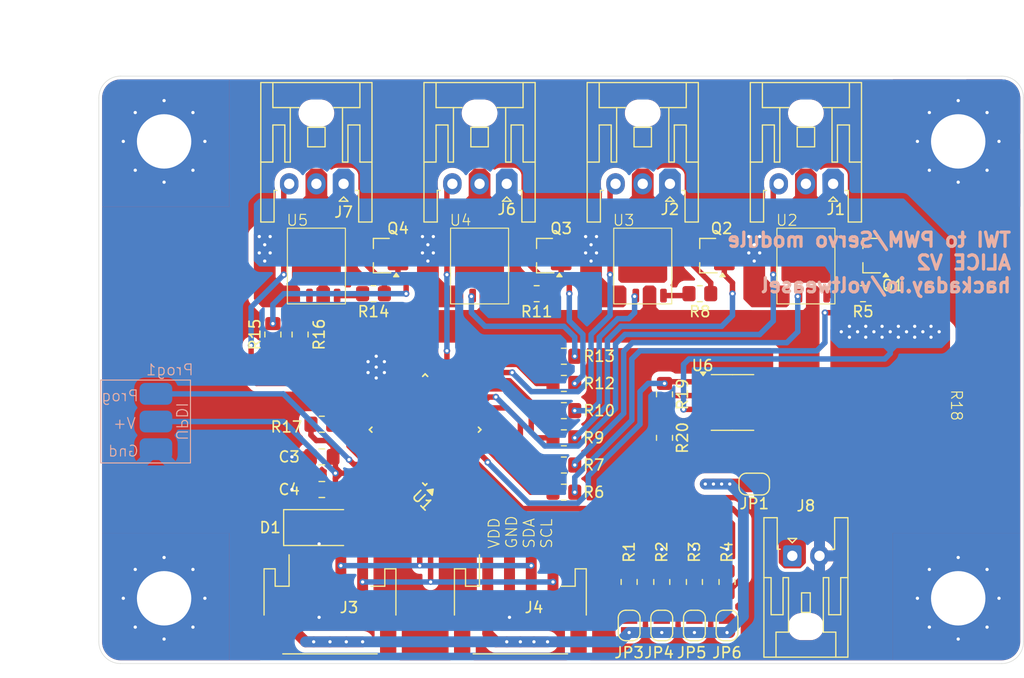
<source format=kicad_pcb>
(kicad_pcb
	(version 20240108)
	(generator "pcbnew")
	(generator_version "8.0")
	(general
		(thickness 1.6)
		(legacy_teardrops no)
	)
	(paper "A4")
	(layers
		(0 "F.Cu" signal)
		(31 "B.Cu" signal)
		(32 "B.Adhes" user "B.Adhesive")
		(33 "F.Adhes" user "F.Adhesive")
		(34 "B.Paste" user)
		(35 "F.Paste" user)
		(36 "B.SilkS" user "B.Silkscreen")
		(37 "F.SilkS" user "F.Silkscreen")
		(38 "B.Mask" user)
		(39 "F.Mask" user)
		(40 "Dwgs.User" user "User.Drawings")
		(41 "Cmts.User" user "User.Comments")
		(42 "Eco1.User" user "User.Eco1")
		(43 "Eco2.User" user "User.Eco2")
		(44 "Edge.Cuts" user)
		(45 "Margin" user)
		(46 "B.CrtYd" user "B.Courtyard")
		(47 "F.CrtYd" user "F.Courtyard")
		(48 "B.Fab" user)
		(49 "F.Fab" user)
		(50 "User.1" user)
		(51 "User.2" user)
		(52 "User.3" user)
		(53 "User.4" user)
		(54 "User.5" user)
		(55 "User.6" user)
		(56 "User.7" user)
		(57 "User.8" user)
		(58 "User.9" user)
	)
	(setup
		(pad_to_mask_clearance 0)
		(allow_soldermask_bridges_in_footprints no)
		(pcbplotparams
			(layerselection 0x00010fc_ffffffff)
			(plot_on_all_layers_selection 0x0000000_00000000)
			(disableapertmacros no)
			(usegerberextensions no)
			(usegerberattributes yes)
			(usegerberadvancedattributes yes)
			(creategerberjobfile yes)
			(dashed_line_dash_ratio 12.000000)
			(dashed_line_gap_ratio 3.000000)
			(svgprecision 4)
			(plotframeref no)
			(viasonmask no)
			(mode 1)
			(useauxorigin no)
			(hpglpennumber 1)
			(hpglpenspeed 20)
			(hpglpendiameter 15.000000)
			(pdf_front_fp_property_popups yes)
			(pdf_back_fp_property_popups yes)
			(dxfpolygonmode yes)
			(dxfimperialunits yes)
			(dxfusepcbnewfont yes)
			(psnegative no)
			(psa4output no)
			(plotreference yes)
			(plotvalue yes)
			(plotfptext yes)
			(plotinvisibletext no)
			(sketchpadsonfab no)
			(subtractmaskfromsilk no)
			(outputformat 1)
			(mirror no)
			(drillshape 1)
			(scaleselection 1)
			(outputdirectory "")
		)
	)
	(net 0 "")
	(net 1 "GND")
	(net 2 "SCL")
	(net 3 "VDD")
	(net 4 "SDA")
	(net 5 "Net-(J6-Pin_2)")
	(net 6 "Net-(JP3-A)")
	(net 7 "UPDI")
	(net 8 "Net-(J7-Pin_2)")
	(net 9 "Net-(Q1-B)")
	(net 10 "Net-(Q1-C)")
	(net 11 "unconnected-(U1-PA4-Pad2)")
	(net 12 "Net-(Q2-C)")
	(net 13 "unconnected-(U1-PA1-Pad31)")
	(net 14 "unconnected-(U1-VREFA{slash}PD7-Pad17)")
	(net 15 "unconnected-(U1-PA0-Pad30)")
	(net 16 "Net-(Q2-B)")
	(net 17 "Net-(Q3-B)")
	(net 18 "Net-(Q3-C)")
	(net 19 "Net-(Q4-B)")
	(net 20 "Net-(Q4-C)")
	(net 21 "Net-(U2-B2)")
	(net 22 "Net-(U2-B1)")
	(net 23 "Net-(U3-B2)")
	(net 24 "Net-(U3-B1)")
	(net 25 "Net-(U4-B2)")
	(net 26 "Net-(U4-B1)")
	(net 27 "Net-(U5-B2)")
	(net 28 "Net-(U5-B1)")
	(net 29 "Net-(U1-~{RESET}{slash}PF6)")
	(net 30 "unconnected-(U1-XTAL32K1{slash}PF0-Pad20)")
	(net 31 "unconnected-(U1-XTAL32K2{slash}PF1-Pad21)")
	(net 32 "/Power_out_1/Power")
	(net 33 "/Power_out_1/Shunt")
	(net 34 "/S1")
	(net 35 "/S2")
	(net 36 "/S3")
	(net 37 "/S4")
	(net 38 "Net-(JP6-A)")
	(net 39 "Net-(JP5-A)")
	(net 40 "Net-(J2-Pin_2)")
	(net 41 "/H1")
	(net 42 "Net-(J1-Pin_2)")
	(net 43 "/L1")
	(net 44 "/H2")
	(net 45 "/L2")
	(net 46 "/H3")
	(net 47 "/L3")
	(net 48 "/H4")
	(net 49 "/L4")
	(net 50 "unconnected-(U1-PF5-Pad25)")
	(net 51 "Net-(JP4-A)")
	(net 52 "unconnected-(U6B-+-Pad5)")
	(net 53 "unconnected-(U6B---Pad6)")
	(net 54 "unconnected-(U6-Pad7)")
	(net 55 "/OPAMP")
	(net 56 "Net-(U6A--)")
	(footprint "Resistor_SMD:R_0805_2012Metric_Pad1.20x1.40mm_HandSolder" (layer "F.Cu") (at 213.75 119.75))
	(footprint "Package_QFP:TQFP-32_7x7mm_P0.8mm" (layer "F.Cu") (at 201 126.5 135))
	(footprint "Connector_JST:JST_XA_S03B-XASK-1_1x03_P2.50mm_Horizontal" (layer "F.Cu") (at 238.5 103.9 180))
	(footprint "Resistor_SMD:R_0805_2012Metric_Pad1.20x1.40mm_HandSolder" (layer "F.Cu") (at 211.25 114 180))
	(footprint "Library:PowerDI5060" (layer "F.Cu") (at 236 111))
	(footprint "Resistor_SMD:R_0805_2012Metric_Pad1.20x1.40mm_HandSolder" (layer "F.Cu") (at 223 127.25 -90))
	(footprint "Connector_JST:JST_PH_S4B-PH-SM4-TB_1x04-1MP_P2.00mm_Horizontal" (layer "F.Cu") (at 192.25 142.6))
	(footprint "Connector_JST:JST_XA_S02B-XASK-1_1x02_P2.50mm_Horizontal" (layer "F.Cu") (at 234.75 138.1))
	(footprint "Connector_JST:JST_PH_S4B-PH-SM4-TB_1x04-1MP_P2.00mm_Horizontal" (layer "F.Cu") (at 209.75 142.6))
	(footprint "Library:PowerDI5060" (layer "F.Cu") (at 206 111))
	(footprint "Capacitor_SMD:C_0805_2012Metric_Pad1.18x1.45mm_HandSolder" (layer "F.Cu") (at 191.5 132))
	(footprint "Resistor_SMD:R_0805_2012Metric_Pad1.20x1.40mm_HandSolder" (layer "F.Cu") (at 189.5 117.75 90))
	(footprint "Package_SO:SOIC-8_3.9x4.9mm_P1.27mm" (layer "F.Cu") (at 229.25 124))
	(footprint "Jumper:SolderJumper-2_P1.3mm_Open_RoundedPad1.0x1.5mm" (layer "F.Cu") (at 228.75 144.5 -90))
	(footprint "Connector_JST:JST_XA_S03B-XASK-1_1x03_P2.50mm_Horizontal" (layer "F.Cu") (at 223.5 103.9 180))
	(footprint "Jumper:SolderJumper-2_P1.3mm_Open_RoundedPad1.0x1.5mm" (layer "F.Cu") (at 225.75 144.5 -90))
	(footprint "Resistor_SMD:R_0805_2012Metric_Pad1.20x1.40mm_HandSolder" (layer "F.Cu") (at 226.25 114 180))
	(footprint "Jumper:SolderJumper-2_P1.3mm_Open_RoundedPad1.0x1.5mm" (layer "F.Cu") (at 219.75 144.5 -90))
	(footprint "Kicad_Libs:Formfactor" (layer "F.Cu") (at 216 98))
	(footprint "Shunt:R3637" (layer "F.Cu") (at 243.75 124 -90))
	(footprint "Resistor_SMD:R_0805_2012Metric_Pad1.20x1.40mm_HandSolder" (layer "F.Cu") (at 213.75 127.25))
	(footprint "Resistor_SMD:R_0805_2012Metric_Pad1.20x1.40mm_HandSolder" (layer "F.Cu") (at 213.75 122.25))
	(footprint "Jumper:SolderJumper-2_P1.3mm_Open_RoundedPad1.0x1.5mm" (layer "F.Cu") (at 231.25 131.5 180))
	(footprint "Resistor_SMD:R_0805_2012Metric_Pad1.20x1.40mm_HandSolder" (layer "F.Cu") (at 222.75 140.5 90))
	(footprint "Resistor_SMD:R_0805_2012Metric_Pad1.20x1.40mm_HandSolder" (layer "F.Cu") (at 191.5 126 180))
	(footprint "Diode_SMD:D_SMA" (layer "F.Cu") (at 191.5 135.5))
	(footprint "Resistor_SMD:R_0805_2012Metric_Pad1.20x1.40mm_HandSolder" (layer "F.Cu") (at 225.75 140.5 90))
	(footprint "Package_TO_SOT_SMD:SOT-23_Handsoldering" (layer "F.Cu") (at 227 110.5 180))
	(footprint "Package_TO_SOT_SMD:SOT-23_Handsoldering" (layer "F.Cu") (at 197 110.5 180))
	(footprint "Resistor_SMD:R_0805_2012Metric_Pad1.20x1.40mm_HandSolder" (layer "F.Cu") (at 223 123.25 -90))
	(footprint "Resistor_SMD:R_0805_2012Metric_Pad1.20x1.40mm_HandSolder"
		(layer "F.Cu")
		(uuid "970eb9b2-5b6d-4f5b-a060-2c4a5256dc75")
		(at 187 117.75 90)
		(descr "Resistor SMD 0805 (2012 Metric), square (rectangular) end terminal, IPC_7351 nominal with elongated pad for handsoldering. (Body size source: IPC-SM-782 page 72, https://www.pcb-3d.com/wordpress/wp-content/uploads/ipc-sm-782a_amendment_1_and_2.pdf), generated with kicad-footprint-generator")
		(tags "resistor handsolder")
		(property "Reference" "R15"
			(at 0 -1.65 90)
			(layer "F.SilkS")
			(uuid "9512ba23-229e-408c-a24b-71255e43ba28")
			(effects
				(font
					(size 1 1)
					(thickness 0.15)
				)
			)
		)
		(property "Value" "4k7"
			(at 0 1.65 90)
			(layer "F.Fab")
			(uuid "f2efa73d-3015-4ddf-b417-db340db9446c")
			(effects
				(font
					(size 1 1)
					(thickness 0.15)
				)
			)
		)
		(property "Footprint" "Resistor_SMD:R_0805_2012Metric_Pad1.20x1.40mm_HandSolder"
			(at 0 0 90)
			(unlocked yes)
			(layer "F.Fab")
			(hide yes)
			(uuid "f93284bb-489e-4ba5-88e5-bc8837abd9a2")
			(effects
				(font
					(size 1.27 1.27)
					(thickness 0.15)
				)
			)
		)
		(property "Datasheet" ""
			(at 0 0 90)
			(unlocked yes)
			(layer "F.Fab")
			(hide yes)
			(uuid "55a8fdaa-c704-47ef-8c69-80bae059271a")
			(effects
				(font
					(size 1.27 1.27)
					(thickness 0.15)
				)
			)
		)
		(property "Description" "Resistor"
			(at 0 0 90)
			(unlocked yes)
			(layer "F.Fab")
			(hide yes)
			(uuid "1ca8eb0b-6038-48e2-b5d5-4d7e497ea400")
			(effects
				(font
					(size 1.27 1.27)
					(thickness 0.15)
				)
			)
		)
		(property ki_fp_filters "R_*")
		(path "/003cc699-7ce7-47d4-ab73-5be534487fab/80934022-16df-4a3f-99c3-e01e8ea5092b")
		(sheetname "Power_out_4")
		(sheetfile "PWR.kicad_sch")
		(attr smd)
		(fp_line
			(start -0.227064 -0.735)
			(end 0.227064 -0.735)
			(stroke
				(width 0.12)
				(type solid)
			)
			(layer "F.SilkS")
			(uuid "5fd36652-8de5-417a-a01b-3eddbb3c3a4a")
		)
		(fp_line
			(start -0.227064 0.735)
			(end 0.227064 0.735)
			(stroke
				(width 0.12)
			
... [378724 chars truncated]
</source>
